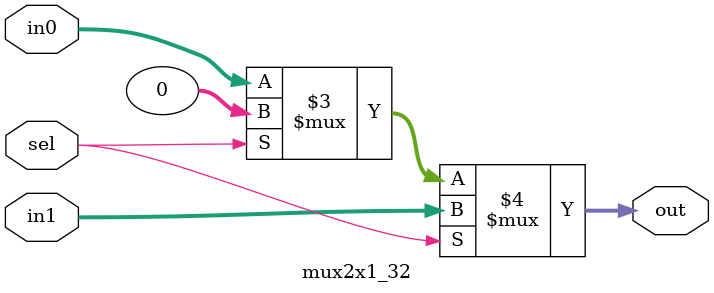
<source format=v>
module mux2x1_32 (
    input [31:0] in0, in1,
    input sel,
    output [31:0] out
);

    assign out = (sel == 1'b1) ? in1 : 
                (sel == 1'b0) ? in0 :
                32'b0;
    
endmodule

</source>
